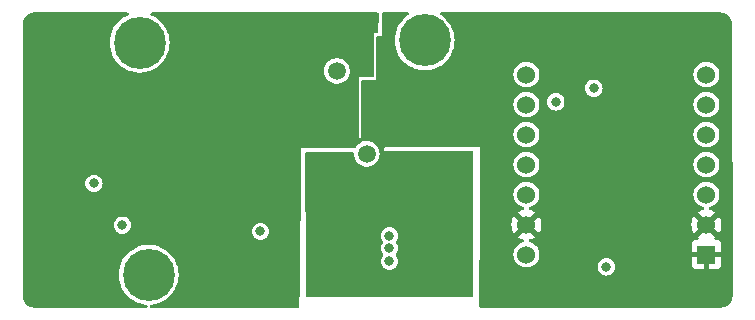
<source format=gbr>
%TF.GenerationSoftware,KiCad,Pcbnew,7.0.6*%
%TF.CreationDate,2024-04-06T17:32:54-04:00*%
%TF.ProjectId,5.2_5V,352e325f-3556-42e6-9b69-6361645f7063,rev?*%
%TF.SameCoordinates,Original*%
%TF.FileFunction,Copper,L2,Inr*%
%TF.FilePolarity,Positive*%
%FSLAX46Y46*%
G04 Gerber Fmt 4.6, Leading zero omitted, Abs format (unit mm)*
G04 Created by KiCad (PCBNEW 7.0.6) date 2024-04-06 17:32:54*
%MOMM*%
%LPD*%
G01*
G04 APERTURE LIST*
%TA.AperFunction,ComponentPad*%
%ADD10C,4.400000*%
%TD*%
%TA.AperFunction,ComponentPad*%
%ADD11R,1.530000X1.530000*%
%TD*%
%TA.AperFunction,ComponentPad*%
%ADD12C,1.530000*%
%TD*%
%TA.AperFunction,ViaPad*%
%ADD13C,0.800000*%
%TD*%
%TA.AperFunction,ViaPad*%
%ADD14C,1.500000*%
%TD*%
G04 APERTURE END LIST*
D10*
%TO.N,N/C*%
%TO.C,H3*%
X159562800Y-34239200D03*
%TD*%
%TO.N,N/C*%
%TO.C,H2*%
X136194800Y-54102000D03*
%TD*%
D11*
%TO.N,GND*%
%TO.C,U3*%
X183432500Y-52380000D03*
D12*
X183432500Y-49840000D03*
%TO.N,DRDY*%
X183432500Y-47300000D03*
%TO.N,CS*%
X183432500Y-44760000D03*
%TO.N,Net-(U3-PA8_A4_D4_SDA)*%
X183432500Y-42220000D03*
X183432500Y-39680000D03*
X183432500Y-37140000D03*
X168192500Y-37140000D03*
%TO.N,SCLK*%
X168192500Y-39680000D03*
%TO.N,DOUT*%
X168192500Y-42220000D03*
%TO.N,DIN*%
X168192500Y-44760000D03*
%TO.N,3V3*%
X168192500Y-47300000D03*
%TO.N,GND*%
X168192500Y-49840000D03*
%TO.N,Net-(D1-K)*%
X168192500Y-52380000D03*
%TD*%
D10*
%TO.N,N/C*%
%TO.C,H1*%
X135432800Y-34442400D03*
%TD*%
D13*
%TO.N,5V*%
X174950000Y-53425000D03*
X145669000Y-50419000D03*
X156591000Y-50800000D03*
X131572000Y-46355000D03*
X156591000Y-51816000D03*
X156591000Y-52959000D03*
X133975000Y-49900000D03*
%TO.N,GND*%
X128016000Y-44323000D03*
X158877000Y-45974000D03*
X153150000Y-38925000D03*
X140462000Y-46228000D03*
X141732000Y-55753000D03*
X148082000Y-48895000D03*
X155075000Y-33100000D03*
X129875000Y-52700000D03*
X159131000Y-54864000D03*
X133975000Y-38350000D03*
X145669000Y-39243000D03*
X132470000Y-49493844D03*
X144272000Y-36449000D03*
X167375000Y-56150000D03*
X151892000Y-32639000D03*
X154425000Y-36825000D03*
X164829819Y-43958181D03*
D14*
%TO.N,Net-(PS2-+VIN_(VCC))*%
X154675700Y-43850700D03*
X152146000Y-36830000D03*
D13*
%TO.N,Net-(U3-PA8_A4_D4_SDA)*%
X170675000Y-39450000D03*
X173900000Y-38300000D03*
%TD*%
%TA.AperFunction,Conductor*%
%TO.N,GND*%
G36*
X134453973Y-31897185D02*
G01*
X134499728Y-31949989D01*
X134509672Y-32019147D01*
X134480647Y-32082703D01*
X134432581Y-32116792D01*
X134353243Y-32148203D01*
X134353242Y-32148204D01*
X134074210Y-32301604D01*
X134074198Y-32301611D01*
X133816618Y-32488754D01*
X133816608Y-32488762D01*
X133584499Y-32706727D01*
X133381531Y-32952073D01*
X133210923Y-33220909D01*
X133210920Y-33220915D01*
X133075351Y-33509012D01*
X133075349Y-33509017D01*
X132976955Y-33811841D01*
X132917289Y-34124620D01*
X132917288Y-34124627D01*
X132897297Y-34442394D01*
X132897297Y-34442405D01*
X132917288Y-34760172D01*
X132917289Y-34760179D01*
X132976955Y-35072958D01*
X133075349Y-35375782D01*
X133075351Y-35375787D01*
X133210920Y-35663884D01*
X133210923Y-35663890D01*
X133381531Y-35932726D01*
X133381534Y-35932730D01*
X133381535Y-35932731D01*
X133584498Y-36178071D01*
X133799517Y-36379988D01*
X133816608Y-36396037D01*
X133816618Y-36396045D01*
X134074198Y-36583188D01*
X134074203Y-36583190D01*
X134074210Y-36583196D01*
X134353235Y-36736592D01*
X134353240Y-36736594D01*
X134353242Y-36736595D01*
X134353243Y-36736596D01*
X134649282Y-36853806D01*
X134649285Y-36853807D01*
X134752088Y-36880202D01*
X134957694Y-36932992D01*
X135112380Y-36952533D01*
X135273584Y-36972899D01*
X135273590Y-36972899D01*
X135273594Y-36972900D01*
X135273596Y-36972900D01*
X135592004Y-36972900D01*
X135592006Y-36972900D01*
X135592011Y-36972899D01*
X135592015Y-36972899D01*
X135675876Y-36962304D01*
X135907906Y-36932992D01*
X136216314Y-36853807D01*
X136276444Y-36830000D01*
X151060871Y-36830000D01*
X151079346Y-37029391D01*
X151079347Y-37029393D01*
X151134145Y-37221989D01*
X151134151Y-37222004D01*
X151223401Y-37401241D01*
X151223406Y-37401249D01*
X151344081Y-37561049D01*
X151471386Y-37677102D01*
X151492064Y-37695952D01*
X151662316Y-37801368D01*
X151849040Y-37873705D01*
X152045877Y-37910500D01*
X152045879Y-37910500D01*
X152246121Y-37910500D01*
X152246123Y-37910500D01*
X152442960Y-37873705D01*
X152629684Y-37801368D01*
X152799936Y-37695952D01*
X152947920Y-37561047D01*
X153068595Y-37401247D01*
X153157853Y-37221994D01*
X153212653Y-37029392D01*
X153231129Y-36830000D01*
X153225541Y-36769700D01*
X153212653Y-36630608D01*
X153212652Y-36630606D01*
X153199162Y-36583195D01*
X153157853Y-36438006D01*
X153157848Y-36437995D01*
X153068598Y-36258758D01*
X153068593Y-36258750D01*
X152947918Y-36098950D01*
X152799937Y-35964049D01*
X152799936Y-35964048D01*
X152735101Y-35923903D01*
X152629685Y-35858632D01*
X152629683Y-35858631D01*
X152493152Y-35805739D01*
X152442960Y-35786295D01*
X152246123Y-35749500D01*
X152045877Y-35749500D01*
X151849040Y-35786295D01*
X151849037Y-35786295D01*
X151849037Y-35786296D01*
X151662316Y-35858631D01*
X151662314Y-35858632D01*
X151492062Y-35964049D01*
X151344081Y-36098950D01*
X151223406Y-36258750D01*
X151223401Y-36258758D01*
X151134151Y-36437995D01*
X151134145Y-36438010D01*
X151079347Y-36630606D01*
X151079346Y-36630608D01*
X151060871Y-36829999D01*
X151060871Y-36830000D01*
X136276444Y-36830000D01*
X136512356Y-36736596D01*
X136512357Y-36736595D01*
X136512355Y-36736595D01*
X136512365Y-36736592D01*
X136791390Y-36583196D01*
X137048990Y-36396039D01*
X137281102Y-36178071D01*
X137484065Y-35932731D01*
X137654678Y-35663888D01*
X137790251Y-35375781D01*
X137888646Y-35072954D01*
X137948310Y-34760183D01*
X137961094Y-34556983D01*
X137968303Y-34442405D01*
X137968303Y-34442394D01*
X137948311Y-34124627D01*
X137948310Y-34124620D01*
X137948310Y-34124617D01*
X137888646Y-33811846D01*
X137790251Y-33509019D01*
X137654678Y-33220912D01*
X137625263Y-33174561D01*
X137484068Y-32952073D01*
X137421962Y-32877000D01*
X137281102Y-32706729D01*
X137258281Y-32685299D01*
X137048991Y-32488762D01*
X137048981Y-32488754D01*
X136791401Y-32301611D01*
X136791394Y-32301606D01*
X136791390Y-32301604D01*
X136512365Y-32148208D01*
X136512362Y-32148206D01*
X136512357Y-32148204D01*
X136512356Y-32148203D01*
X136433019Y-32116792D01*
X136377933Y-32073811D01*
X136354830Y-32007872D01*
X136371043Y-31939910D01*
X136421426Y-31891502D01*
X136478666Y-31877500D01*
X155564979Y-31877500D01*
X155632018Y-31897185D01*
X155677773Y-31949989D01*
X155688953Y-32004047D01*
X155657529Y-33533547D01*
X155636471Y-33600168D01*
X155582739Y-33644829D01*
X155533555Y-33655000D01*
X155321000Y-33655000D01*
X155321000Y-37214000D01*
X155301315Y-37281039D01*
X155248511Y-37326794D01*
X155197000Y-37338000D01*
X154263679Y-37338000D01*
X154222131Y-37325800D01*
X154200000Y-37325800D01*
X154000000Y-37325800D01*
X154000000Y-42535800D01*
X154174999Y-42535800D01*
X154175000Y-42535800D01*
X154176515Y-42220000D01*
X167092307Y-42220000D01*
X167111039Y-42422159D01*
X167111040Y-42422161D01*
X167166599Y-42617431D01*
X167166605Y-42617446D01*
X167257097Y-42799177D01*
X167379449Y-42961197D01*
X167529485Y-43097972D01*
X167529487Y-43097974D01*
X167702098Y-43204850D01*
X167702104Y-43204853D01*
X167723420Y-43213110D01*
X167891418Y-43278194D01*
X168090987Y-43315500D01*
X168090989Y-43315500D01*
X168294011Y-43315500D01*
X168294013Y-43315500D01*
X168493582Y-43278194D01*
X168682898Y-43204852D01*
X168855514Y-43097973D01*
X169005552Y-42961195D01*
X169127903Y-42799177D01*
X169218399Y-42617436D01*
X169273960Y-42422160D01*
X169292693Y-42220000D01*
X182332307Y-42220000D01*
X182351039Y-42422159D01*
X182351040Y-42422161D01*
X182406599Y-42617431D01*
X182406605Y-42617446D01*
X182497097Y-42799177D01*
X182619449Y-42961197D01*
X182769485Y-43097972D01*
X182769487Y-43097974D01*
X182942098Y-43204850D01*
X182942104Y-43204853D01*
X182963420Y-43213110D01*
X183131418Y-43278194D01*
X183330987Y-43315500D01*
X183330989Y-43315500D01*
X183534011Y-43315500D01*
X183534013Y-43315500D01*
X183733582Y-43278194D01*
X183922898Y-43204852D01*
X184095514Y-43097973D01*
X184245552Y-42961195D01*
X184367903Y-42799177D01*
X184458399Y-42617436D01*
X184513960Y-42422160D01*
X184532693Y-42220000D01*
X184513960Y-42017840D01*
X184458399Y-41822564D01*
X184367903Y-41640823D01*
X184245552Y-41478805D01*
X184245550Y-41478802D01*
X184095514Y-41342027D01*
X184095512Y-41342025D01*
X183922901Y-41235149D01*
X183922895Y-41235146D01*
X183843591Y-41204424D01*
X183733582Y-41161806D01*
X183534013Y-41124500D01*
X183330987Y-41124500D01*
X183131418Y-41161806D01*
X183085938Y-41179424D01*
X182942104Y-41235146D01*
X182942098Y-41235149D01*
X182769487Y-41342025D01*
X182769485Y-41342027D01*
X182619449Y-41478802D01*
X182497097Y-41640822D01*
X182406605Y-41822553D01*
X182406599Y-41822568D01*
X182351040Y-42017838D01*
X182351039Y-42017840D01*
X182332307Y-42219999D01*
X182332307Y-42220000D01*
X169292693Y-42220000D01*
X169273960Y-42017840D01*
X169218399Y-41822564D01*
X169127903Y-41640823D01*
X169005552Y-41478805D01*
X169005550Y-41478802D01*
X168855514Y-41342027D01*
X168855512Y-41342025D01*
X168682901Y-41235149D01*
X168682895Y-41235146D01*
X168603591Y-41204424D01*
X168493582Y-41161806D01*
X168294013Y-41124500D01*
X168090987Y-41124500D01*
X167891418Y-41161806D01*
X167845938Y-41179424D01*
X167702104Y-41235146D01*
X167702098Y-41235149D01*
X167529487Y-41342025D01*
X167529485Y-41342027D01*
X167379449Y-41478802D01*
X167257097Y-41640822D01*
X167166605Y-41822553D01*
X167166599Y-41822568D01*
X167111040Y-42017838D01*
X167111039Y-42017840D01*
X167092307Y-42219999D01*
X167092307Y-42220000D01*
X154176515Y-42220000D01*
X154188703Y-39680000D01*
X167092307Y-39680000D01*
X167111039Y-39882159D01*
X167111040Y-39882161D01*
X167166599Y-40077431D01*
X167166605Y-40077446D01*
X167257097Y-40259177D01*
X167379449Y-40421197D01*
X167529485Y-40557972D01*
X167529487Y-40557974D01*
X167702098Y-40664850D01*
X167702104Y-40664853D01*
X167723420Y-40673110D01*
X167891418Y-40738194D01*
X168090987Y-40775500D01*
X168090989Y-40775500D01*
X168294011Y-40775500D01*
X168294013Y-40775500D01*
X168493582Y-40738194D01*
X168682898Y-40664852D01*
X168855514Y-40557973D01*
X169005552Y-40421195D01*
X169127903Y-40259177D01*
X169218399Y-40077436D01*
X169273960Y-39882160D01*
X169292693Y-39680000D01*
X169273960Y-39477840D01*
X169266040Y-39450003D01*
X169939878Y-39450003D01*
X169958307Y-39613574D01*
X170012676Y-39768953D01*
X170012677Y-39768955D01*
X170012678Y-39768957D01*
X170100258Y-39908341D01*
X170216659Y-40024742D01*
X170356043Y-40112322D01*
X170511420Y-40166691D01*
X170511423Y-40166691D01*
X170511425Y-40166692D01*
X170674996Y-40185122D01*
X170675000Y-40185122D01*
X170675004Y-40185122D01*
X170838574Y-40166692D01*
X170838575Y-40166691D01*
X170838580Y-40166691D01*
X170993957Y-40112322D01*
X171133341Y-40024742D01*
X171249742Y-39908341D01*
X171337322Y-39768957D01*
X171368450Y-39680000D01*
X182332307Y-39680000D01*
X182351039Y-39882159D01*
X182351040Y-39882161D01*
X182406599Y-40077431D01*
X182406605Y-40077446D01*
X182497097Y-40259177D01*
X182619449Y-40421197D01*
X182769485Y-40557972D01*
X182769487Y-40557974D01*
X182942098Y-40664850D01*
X182942104Y-40664853D01*
X182963420Y-40673110D01*
X183131418Y-40738194D01*
X183330987Y-40775500D01*
X183330989Y-40775500D01*
X183534011Y-40775500D01*
X183534013Y-40775500D01*
X183733582Y-40738194D01*
X183922898Y-40664852D01*
X184095514Y-40557973D01*
X184245552Y-40421195D01*
X184367903Y-40259177D01*
X184458399Y-40077436D01*
X184513960Y-39882160D01*
X184532693Y-39680000D01*
X184513960Y-39477840D01*
X184458399Y-39282564D01*
X184367903Y-39100823D01*
X184263312Y-38962323D01*
X184245550Y-38938802D01*
X184095514Y-38802027D01*
X184095512Y-38802025D01*
X183922901Y-38695149D01*
X183922895Y-38695146D01*
X183843592Y-38664424D01*
X183733582Y-38621806D01*
X183534013Y-38584500D01*
X183330987Y-38584500D01*
X183131418Y-38621806D01*
X183085938Y-38639424D01*
X182942104Y-38695146D01*
X182942098Y-38695149D01*
X182769487Y-38802025D01*
X182769485Y-38802027D01*
X182619449Y-38938802D01*
X182497097Y-39100822D01*
X182406605Y-39282553D01*
X182406599Y-39282568D01*
X182351040Y-39477838D01*
X182351039Y-39477840D01*
X182332307Y-39679999D01*
X182332307Y-39680000D01*
X171368450Y-39680000D01*
X171391691Y-39613580D01*
X171391692Y-39613574D01*
X171410122Y-39450003D01*
X171410122Y-39449996D01*
X171391692Y-39286425D01*
X171391691Y-39286423D01*
X171391691Y-39286420D01*
X171337322Y-39131043D01*
X171249742Y-38991659D01*
X171133341Y-38875258D01*
X170993957Y-38787678D01*
X170993956Y-38787677D01*
X170993955Y-38787677D01*
X170993953Y-38787676D01*
X170838574Y-38733307D01*
X170675004Y-38714878D01*
X170674996Y-38714878D01*
X170511425Y-38733307D01*
X170356046Y-38787676D01*
X170356044Y-38787677D01*
X170216658Y-38875258D01*
X170100258Y-38991658D01*
X170012677Y-39131044D01*
X170012676Y-39131046D01*
X169958307Y-39286425D01*
X169939878Y-39449996D01*
X169939878Y-39450003D01*
X169266040Y-39450003D01*
X169218399Y-39282564D01*
X169127903Y-39100823D01*
X169023312Y-38962323D01*
X169005550Y-38938802D01*
X168855514Y-38802027D01*
X168855512Y-38802025D01*
X168682901Y-38695149D01*
X168682895Y-38695146D01*
X168603591Y-38664424D01*
X168493582Y-38621806D01*
X168294013Y-38584500D01*
X168090987Y-38584500D01*
X167891418Y-38621806D01*
X167845938Y-38639424D01*
X167702104Y-38695146D01*
X167702098Y-38695149D01*
X167529487Y-38802025D01*
X167529485Y-38802027D01*
X167379449Y-38938802D01*
X167257097Y-39100822D01*
X167166605Y-39282553D01*
X167166599Y-39282568D01*
X167111040Y-39477838D01*
X167111039Y-39477840D01*
X167092307Y-39679999D01*
X167092307Y-39680000D01*
X154188703Y-39680000D01*
X154195325Y-38300003D01*
X173164878Y-38300003D01*
X173183307Y-38463574D01*
X173237676Y-38618953D01*
X173237677Y-38618955D01*
X173237678Y-38618957D01*
X173325258Y-38758341D01*
X173441659Y-38874742D01*
X173581043Y-38962322D01*
X173736420Y-39016691D01*
X173736423Y-39016691D01*
X173736425Y-39016692D01*
X173899996Y-39035122D01*
X173900000Y-39035122D01*
X173900004Y-39035122D01*
X174063574Y-39016692D01*
X174063575Y-39016691D01*
X174063580Y-39016691D01*
X174218957Y-38962322D01*
X174358341Y-38874742D01*
X174474742Y-38758341D01*
X174562322Y-38618957D01*
X174616691Y-38463580D01*
X174635122Y-38300000D01*
X174623651Y-38198194D01*
X174616692Y-38136425D01*
X174616691Y-38136423D01*
X174616691Y-38136420D01*
X174562322Y-37981043D01*
X174474742Y-37841659D01*
X174358341Y-37725258D01*
X174218957Y-37637678D01*
X174218956Y-37637677D01*
X174218955Y-37637677D01*
X174218953Y-37637676D01*
X174063574Y-37583307D01*
X173900004Y-37564878D01*
X173899996Y-37564878D01*
X173736425Y-37583307D01*
X173581046Y-37637676D01*
X173581044Y-37637677D01*
X173441658Y-37725258D01*
X173325258Y-37841658D01*
X173237677Y-37981044D01*
X173237676Y-37981046D01*
X173183307Y-38136425D01*
X173164878Y-38299996D01*
X173164878Y-38300003D01*
X154195325Y-38300003D01*
X154198130Y-37715405D01*
X154218137Y-37648461D01*
X154271160Y-37602960D01*
X154322130Y-37592000D01*
X155448000Y-37592000D01*
X155448000Y-37140000D01*
X167092307Y-37140000D01*
X167111039Y-37342159D01*
X167111040Y-37342161D01*
X167166599Y-37537431D01*
X167166605Y-37537446D01*
X167257097Y-37719177D01*
X167379449Y-37881197D01*
X167529485Y-38017972D01*
X167529487Y-38017974D01*
X167702098Y-38124850D01*
X167702104Y-38124853D01*
X167723420Y-38133110D01*
X167891418Y-38198194D01*
X168090987Y-38235500D01*
X168090989Y-38235500D01*
X168294011Y-38235500D01*
X168294013Y-38235500D01*
X168493582Y-38198194D01*
X168682898Y-38124852D01*
X168855514Y-38017973D01*
X169005552Y-37881195D01*
X169127903Y-37719177D01*
X169218399Y-37537436D01*
X169273960Y-37342160D01*
X169292693Y-37140000D01*
X182332307Y-37140000D01*
X182351039Y-37342159D01*
X182351040Y-37342161D01*
X182406599Y-37537431D01*
X182406605Y-37537446D01*
X182497097Y-37719177D01*
X182619449Y-37881197D01*
X182769485Y-38017972D01*
X182769487Y-38017974D01*
X182942098Y-38124850D01*
X182942104Y-38124853D01*
X182963420Y-38133110D01*
X183131418Y-38198194D01*
X183330987Y-38235500D01*
X183330989Y-38235500D01*
X183534011Y-38235500D01*
X183534013Y-38235500D01*
X183733582Y-38198194D01*
X183922898Y-38124852D01*
X184095514Y-38017973D01*
X184245552Y-37881195D01*
X184367903Y-37719177D01*
X184458399Y-37537436D01*
X184513960Y-37342160D01*
X184532693Y-37140000D01*
X184513960Y-36937840D01*
X184458399Y-36742564D01*
X184455427Y-36736596D01*
X184379039Y-36583188D01*
X184367903Y-36560823D01*
X184309204Y-36483094D01*
X184245550Y-36398802D01*
X184095514Y-36262027D01*
X184095512Y-36262025D01*
X183922901Y-36155149D01*
X183922895Y-36155146D01*
X183843592Y-36124424D01*
X183733582Y-36081806D01*
X183534013Y-36044500D01*
X183330987Y-36044500D01*
X183131418Y-36081806D01*
X183087165Y-36098950D01*
X182942104Y-36155146D01*
X182942098Y-36155149D01*
X182769487Y-36262025D01*
X182769485Y-36262027D01*
X182619449Y-36398802D01*
X182497097Y-36560822D01*
X182406605Y-36742553D01*
X182406599Y-36742568D01*
X182351040Y-36937838D01*
X182351039Y-36937840D01*
X182332307Y-37139999D01*
X182332307Y-37140000D01*
X169292693Y-37140000D01*
X169273960Y-36937840D01*
X169218399Y-36742564D01*
X169215427Y-36736596D01*
X169139039Y-36583188D01*
X169127903Y-36560823D01*
X169069204Y-36483094D01*
X169005550Y-36398802D01*
X168855514Y-36262027D01*
X168855512Y-36262025D01*
X168682901Y-36155149D01*
X168682895Y-36155146D01*
X168603591Y-36124424D01*
X168493582Y-36081806D01*
X168294013Y-36044500D01*
X168090987Y-36044500D01*
X167891418Y-36081806D01*
X167847165Y-36098950D01*
X167702104Y-36155146D01*
X167702098Y-36155149D01*
X167529487Y-36262025D01*
X167529485Y-36262027D01*
X167379449Y-36398802D01*
X167257097Y-36560822D01*
X167166605Y-36742553D01*
X167166599Y-36742568D01*
X167111040Y-36937838D01*
X167111039Y-36937840D01*
X167092307Y-37139999D01*
X167092307Y-37140000D01*
X155448000Y-37140000D01*
X155448000Y-34033000D01*
X155467685Y-33965961D01*
X155520489Y-33920206D01*
X155572000Y-33909000D01*
X155724712Y-33909000D01*
X155736004Y-33902834D01*
X155762362Y-33900000D01*
X155956000Y-33900000D01*
X155956000Y-32001500D01*
X155975685Y-31934461D01*
X156028489Y-31888706D01*
X156080000Y-31877500D01*
X158126625Y-31877500D01*
X158193664Y-31897185D01*
X158239419Y-31949989D01*
X158249363Y-32019147D01*
X158220338Y-32082703D01*
X158199510Y-32101818D01*
X157946618Y-32285554D01*
X157946608Y-32285562D01*
X157714499Y-32503527D01*
X157511531Y-32748873D01*
X157340923Y-33017709D01*
X157340920Y-33017715D01*
X157205351Y-33305812D01*
X157205349Y-33305817D01*
X157106955Y-33608641D01*
X157047289Y-33921420D01*
X157047288Y-33921427D01*
X157027297Y-34239194D01*
X157027297Y-34239205D01*
X157047288Y-34556972D01*
X157047289Y-34556979D01*
X157106955Y-34869758D01*
X157205349Y-35172582D01*
X157205351Y-35172587D01*
X157340920Y-35460684D01*
X157340923Y-35460690D01*
X157511531Y-35729526D01*
X157511534Y-35729530D01*
X157511535Y-35729531D01*
X157705544Y-35964048D01*
X157714499Y-35974872D01*
X157946608Y-36192837D01*
X157946618Y-36192845D01*
X158204198Y-36379988D01*
X158204203Y-36379990D01*
X158204210Y-36379996D01*
X158483235Y-36533392D01*
X158483240Y-36533394D01*
X158483242Y-36533395D01*
X158483243Y-36533396D01*
X158779282Y-36650606D01*
X158779285Y-36650607D01*
X158882088Y-36677002D01*
X159087694Y-36729792D01*
X159242380Y-36749333D01*
X159403584Y-36769699D01*
X159403590Y-36769699D01*
X159403594Y-36769700D01*
X159403596Y-36769700D01*
X159722004Y-36769700D01*
X159722006Y-36769700D01*
X159722011Y-36769699D01*
X159722015Y-36769699D01*
X159805876Y-36759104D01*
X160037906Y-36729792D01*
X160346314Y-36650607D01*
X160516575Y-36583196D01*
X160642356Y-36533396D01*
X160642357Y-36533395D01*
X160642355Y-36533395D01*
X160642365Y-36533392D01*
X160921390Y-36379996D01*
X161178990Y-36192839D01*
X161411102Y-35974871D01*
X161614065Y-35729531D01*
X161784678Y-35460688D01*
X161920251Y-35172581D01*
X162018646Y-34869754D01*
X162078310Y-34556983D01*
X162085519Y-34442400D01*
X162098303Y-34239205D01*
X162098303Y-34239194D01*
X162078311Y-33921427D01*
X162078310Y-33921420D01*
X162078310Y-33921417D01*
X162018646Y-33608646D01*
X161920251Y-33305819D01*
X161784678Y-33017712D01*
X161697099Y-32879710D01*
X161614068Y-32748873D01*
X161614065Y-32748869D01*
X161411102Y-32503529D01*
X161178990Y-32285561D01*
X161178987Y-32285559D01*
X161178981Y-32285554D01*
X160926090Y-32101818D01*
X160883424Y-32046488D01*
X160877445Y-31976875D01*
X160910051Y-31915080D01*
X160970889Y-31880723D01*
X160998975Y-31877500D01*
X184607793Y-31877500D01*
X184613195Y-31877735D01*
X184656019Y-31881482D01*
X184782271Y-31893918D01*
X184802185Y-31897541D01*
X184868849Y-31915403D01*
X184962070Y-31943682D01*
X184978471Y-31949958D01*
X184979348Y-31950367D01*
X185045911Y-31981406D01*
X185048875Y-31982888D01*
X185083696Y-32001500D01*
X185132827Y-32027762D01*
X185139167Y-32031657D01*
X185205328Y-32077983D01*
X185209100Y-32080844D01*
X185281308Y-32140103D01*
X185285809Y-32144182D01*
X185343315Y-32201688D01*
X185347395Y-32206190D01*
X185406654Y-32278398D01*
X185409515Y-32282170D01*
X185455841Y-32348331D01*
X185459736Y-32354671D01*
X185504601Y-32438605D01*
X185506114Y-32441631D01*
X185537540Y-32509027D01*
X185543819Y-32525435D01*
X185572101Y-32618669D01*
X185589954Y-32685299D01*
X185593582Y-32705238D01*
X185606023Y-32831554D01*
X185609764Y-32874302D01*
X185610000Y-32879710D01*
X185610000Y-32927916D01*
X185610089Y-32928738D01*
X185649495Y-55867355D01*
X185649259Y-55872869D01*
X185645489Y-55915952D01*
X185633109Y-56041756D01*
X185629480Y-56061706D01*
X185611460Y-56128961D01*
X185583374Y-56221542D01*
X185577098Y-56237946D01*
X185545482Y-56305752D01*
X185543969Y-56308778D01*
X185499340Y-56392277D01*
X185495445Y-56398617D01*
X185448905Y-56465089D01*
X185446044Y-56468861D01*
X185387057Y-56540744D01*
X185382968Y-56545257D01*
X185325226Y-56603002D01*
X185320716Y-56607089D01*
X185248845Y-56666079D01*
X185245075Y-56668940D01*
X185178606Y-56715491D01*
X185172264Y-56719387D01*
X185088765Y-56764025D01*
X185085742Y-56765537D01*
X185017937Y-56797162D01*
X185001529Y-56803442D01*
X184908956Y-56831534D01*
X184900731Y-56833738D01*
X184841692Y-56849563D01*
X184821757Y-56853193D01*
X184697205Y-56865474D01*
X184652608Y-56869381D01*
X184647201Y-56869618D01*
X164335015Y-56872022D01*
X164267973Y-56852345D01*
X164222212Y-56799547D01*
X164211000Y-56748022D01*
X164211000Y-56001466D01*
X164184171Y-55952333D01*
X164181340Y-55925061D01*
X164226457Y-49840000D01*
X166922668Y-49840000D01*
X166941959Y-50060499D01*
X166941961Y-50060509D01*
X166999245Y-50274300D01*
X166999249Y-50274309D01*
X167092795Y-50474919D01*
X167138603Y-50540341D01*
X167138605Y-50540342D01*
X167701366Y-49977580D01*
X167723818Y-50054040D01*
X167803105Y-50177413D01*
X167913938Y-50273451D01*
X168047339Y-50334373D01*
X168051133Y-50334918D01*
X167492156Y-50893894D01*
X167557583Y-50939706D01*
X167557585Y-50939707D01*
X167758190Y-51033250D01*
X167758199Y-51033254D01*
X167919850Y-51076567D01*
X167979510Y-51112931D01*
X168010040Y-51175778D01*
X168001746Y-51245154D01*
X167957261Y-51299032D01*
X167910545Y-51318230D01*
X167891426Y-51321804D01*
X167891420Y-51321805D01*
X167891418Y-51321806D01*
X167845938Y-51339424D01*
X167702104Y-51395146D01*
X167702098Y-51395149D01*
X167529487Y-51502025D01*
X167529485Y-51502027D01*
X167379449Y-51638802D01*
X167257097Y-51800822D01*
X167166605Y-51982553D01*
X167166599Y-51982568D01*
X167111040Y-52177838D01*
X167111039Y-52177840D01*
X167092307Y-52379999D01*
X167092307Y-52380000D01*
X167111039Y-52582159D01*
X167111040Y-52582161D01*
X167166599Y-52777431D01*
X167166605Y-52777446D01*
X167257097Y-52959177D01*
X167379449Y-53121197D01*
X167529485Y-53257972D01*
X167529487Y-53257974D01*
X167702098Y-53364850D01*
X167702104Y-53364853D01*
X167723419Y-53373110D01*
X167891418Y-53438194D01*
X168090987Y-53475500D01*
X168090989Y-53475500D01*
X168294011Y-53475500D01*
X168294013Y-53475500D01*
X168493582Y-53438194D01*
X168527632Y-53425003D01*
X174214878Y-53425003D01*
X174233307Y-53588574D01*
X174287676Y-53743953D01*
X174287677Y-53743955D01*
X174287678Y-53743957D01*
X174375258Y-53883341D01*
X174491659Y-53999742D01*
X174631043Y-54087322D01*
X174786420Y-54141691D01*
X174786423Y-54141691D01*
X174786425Y-54141692D01*
X174949996Y-54160122D01*
X174950000Y-54160122D01*
X174950004Y-54160122D01*
X175113574Y-54141692D01*
X175113575Y-54141691D01*
X175113580Y-54141691D01*
X175268957Y-54087322D01*
X175408341Y-53999742D01*
X175524742Y-53883341D01*
X175612322Y-53743957D01*
X175666691Y-53588580D01*
X175666692Y-53588574D01*
X175685122Y-53425003D01*
X175685122Y-53424996D01*
X175666692Y-53261425D01*
X175666691Y-53261423D01*
X175666691Y-53261420D01*
X175612322Y-53106043D01*
X175524742Y-52966659D01*
X175408341Y-52850258D01*
X175268957Y-52762678D01*
X175268956Y-52762677D01*
X175268955Y-52762677D01*
X175268953Y-52762676D01*
X175113574Y-52708307D01*
X174950004Y-52689878D01*
X174949996Y-52689878D01*
X174786425Y-52708307D01*
X174631046Y-52762676D01*
X174631044Y-52762677D01*
X174491658Y-52850258D01*
X174375258Y-52966658D01*
X174287677Y-53106044D01*
X174287676Y-53106046D01*
X174233307Y-53261425D01*
X174214878Y-53424996D01*
X174214878Y-53425003D01*
X168527632Y-53425003D01*
X168682898Y-53364852D01*
X168855514Y-53257973D01*
X169005552Y-53121195D01*
X169127903Y-52959177D01*
X169218399Y-52777436D01*
X169273960Y-52582160D01*
X169292693Y-52380000D01*
X169289372Y-52344166D01*
X169273960Y-52177840D01*
X169273959Y-52177838D01*
X169270579Y-52165960D01*
X169218399Y-51982564D01*
X169216913Y-51979580D01*
X169162349Y-51870000D01*
X169127903Y-51800823D01*
X169044660Y-51690592D01*
X169005550Y-51638802D01*
X168855514Y-51502027D01*
X168855512Y-51502025D01*
X168682901Y-51395149D01*
X168682895Y-51395146D01*
X168584540Y-51357043D01*
X168493582Y-51321806D01*
X168493576Y-51321804D01*
X168493573Y-51321804D01*
X168474454Y-51318230D01*
X168412174Y-51286561D01*
X168376902Y-51226248D01*
X168379837Y-51156440D01*
X168420048Y-51099301D01*
X168465150Y-51076567D01*
X168626798Y-51033255D01*
X168626809Y-51033250D01*
X168827415Y-50939706D01*
X168892842Y-50893894D01*
X168333866Y-50334918D01*
X168337661Y-50334373D01*
X168471062Y-50273451D01*
X168581895Y-50177413D01*
X168661182Y-50054040D01*
X168683633Y-49977579D01*
X169246394Y-50540342D01*
X169292206Y-50474915D01*
X169385750Y-50274309D01*
X169385754Y-50274300D01*
X169443038Y-50060509D01*
X169443040Y-50060499D01*
X169462332Y-49840000D01*
X182162668Y-49840000D01*
X182181959Y-50060499D01*
X182181961Y-50060509D01*
X182239245Y-50274300D01*
X182239249Y-50274309D01*
X182332795Y-50474919D01*
X182378603Y-50540341D01*
X182378604Y-50540342D01*
X182941366Y-49977579D01*
X182963818Y-50054040D01*
X183043105Y-50177413D01*
X183153938Y-50273451D01*
X183287339Y-50334373D01*
X183291133Y-50334918D01*
X182732156Y-50893894D01*
X182732502Y-50897844D01*
X182769398Y-50944002D01*
X182776592Y-51013500D01*
X182745069Y-51075855D01*
X182684840Y-51111269D01*
X182654650Y-51115000D01*
X182619655Y-51115000D01*
X182560127Y-51121401D01*
X182560120Y-51121403D01*
X182425413Y-51171645D01*
X182425406Y-51171649D01*
X182310312Y-51257809D01*
X182310309Y-51257812D01*
X182224149Y-51372906D01*
X182224145Y-51372913D01*
X182173903Y-51507620D01*
X182173901Y-51507627D01*
X182167500Y-51567155D01*
X182167500Y-52130000D01*
X182986928Y-52130000D01*
X182963818Y-52165960D01*
X182922500Y-52306673D01*
X182922500Y-52453327D01*
X182963818Y-52594040D01*
X182986928Y-52630000D01*
X182167500Y-52630000D01*
X182167500Y-53192844D01*
X182173901Y-53252372D01*
X182173903Y-53252379D01*
X182224145Y-53387086D01*
X182224149Y-53387093D01*
X182310309Y-53502187D01*
X182310312Y-53502190D01*
X182425406Y-53588350D01*
X182425413Y-53588354D01*
X182560120Y-53638596D01*
X182560127Y-53638598D01*
X182619655Y-53644999D01*
X182619672Y-53645000D01*
X183182500Y-53645000D01*
X183182500Y-52826494D01*
X183287339Y-52874373D01*
X183396027Y-52890000D01*
X183468973Y-52890000D01*
X183577661Y-52874373D01*
X183682500Y-52826494D01*
X183682500Y-53645000D01*
X184245328Y-53645000D01*
X184245344Y-53644999D01*
X184304872Y-53638598D01*
X184304879Y-53638596D01*
X184439586Y-53588354D01*
X184439593Y-53588350D01*
X184554687Y-53502190D01*
X184554690Y-53502187D01*
X184640850Y-53387093D01*
X184640854Y-53387086D01*
X184691096Y-53252379D01*
X184691098Y-53252372D01*
X184697499Y-53192844D01*
X184697500Y-53192827D01*
X184697500Y-52630000D01*
X183878072Y-52630000D01*
X183901182Y-52594040D01*
X183942500Y-52453327D01*
X183942500Y-52306673D01*
X183901182Y-52165960D01*
X183878072Y-52130000D01*
X184697500Y-52130000D01*
X184697500Y-51567172D01*
X184697499Y-51567155D01*
X184691098Y-51507627D01*
X184691096Y-51507620D01*
X184640854Y-51372913D01*
X184640850Y-51372906D01*
X184554690Y-51257812D01*
X184554687Y-51257809D01*
X184439593Y-51171649D01*
X184439586Y-51171645D01*
X184304879Y-51121403D01*
X184304872Y-51121401D01*
X184245344Y-51115000D01*
X184210349Y-51115000D01*
X184143310Y-51095315D01*
X184097555Y-51042511D01*
X184087611Y-50973353D01*
X184116636Y-50909797D01*
X184132720Y-50895291D01*
X184132842Y-50893894D01*
X183573866Y-50334918D01*
X183577661Y-50334373D01*
X183711062Y-50273451D01*
X183821895Y-50177413D01*
X183901182Y-50054040D01*
X183923632Y-49977580D01*
X184486394Y-50540342D01*
X184532206Y-50474915D01*
X184625750Y-50274309D01*
X184625754Y-50274300D01*
X184683038Y-50060509D01*
X184683040Y-50060499D01*
X184702332Y-49840000D01*
X184702332Y-49839999D01*
X184683040Y-49619500D01*
X184683038Y-49619490D01*
X184625754Y-49405699D01*
X184625750Y-49405690D01*
X184532207Y-49205085D01*
X184532206Y-49205083D01*
X184486394Y-49139657D01*
X184486394Y-49139656D01*
X183923632Y-49702418D01*
X183901182Y-49625960D01*
X183821895Y-49502587D01*
X183711062Y-49406549D01*
X183577661Y-49345627D01*
X183573866Y-49345081D01*
X184132842Y-48786105D01*
X184132841Y-48786103D01*
X184067419Y-48740295D01*
X183866809Y-48646749D01*
X183866800Y-48646745D01*
X183705149Y-48603432D01*
X183645488Y-48567067D01*
X183614959Y-48504220D01*
X183623254Y-48434845D01*
X183667739Y-48380967D01*
X183714455Y-48361769D01*
X183733582Y-48358194D01*
X183922898Y-48284852D01*
X184095514Y-48177973D01*
X184245552Y-48041195D01*
X184367903Y-47879177D01*
X184458399Y-47697436D01*
X184513960Y-47502160D01*
X184532693Y-47300000D01*
X184513960Y-47097840D01*
X184458399Y-46902564D01*
X184367903Y-46720823D01*
X184245552Y-46558805D01*
X184245550Y-46558802D01*
X184095514Y-46422027D01*
X184095512Y-46422025D01*
X183922901Y-46315149D01*
X183922895Y-46315146D01*
X183843591Y-46284424D01*
X183733582Y-46241806D01*
X183534013Y-46204500D01*
X183330987Y-46204500D01*
X183131418Y-46241806D01*
X183085938Y-46259424D01*
X182942104Y-46315146D01*
X182942098Y-46315149D01*
X182769487Y-46422025D01*
X182769485Y-46422027D01*
X182619449Y-46558802D01*
X182497097Y-46720822D01*
X182406605Y-46902553D01*
X182406599Y-46902568D01*
X182351040Y-47097838D01*
X182351039Y-47097840D01*
X182332307Y-47299999D01*
X182332307Y-47300000D01*
X182351039Y-47502159D01*
X182351040Y-47502161D01*
X182406599Y-47697431D01*
X182406605Y-47697446D01*
X182497097Y-47879177D01*
X182619449Y-48041197D01*
X182769485Y-48177972D01*
X182769487Y-48177974D01*
X182942098Y-48284850D01*
X182942104Y-48284853D01*
X182968540Y-48295094D01*
X183131418Y-48358194D01*
X183150543Y-48361769D01*
X183212822Y-48393435D01*
X183248096Y-48453747D01*
X183245163Y-48523555D01*
X183204954Y-48580696D01*
X183159850Y-48603432D01*
X182998199Y-48646745D01*
X182998190Y-48646749D01*
X182797584Y-48740293D01*
X182732157Y-48786104D01*
X183291134Y-49345081D01*
X183287339Y-49345627D01*
X183153938Y-49406549D01*
X183043105Y-49502587D01*
X182963818Y-49625960D01*
X182941367Y-49702418D01*
X182378604Y-49139657D01*
X182332793Y-49205084D01*
X182239249Y-49405690D01*
X182239245Y-49405699D01*
X182181961Y-49619490D01*
X182181959Y-49619500D01*
X182162668Y-49839999D01*
X182162668Y-49840000D01*
X169462332Y-49840000D01*
X169462332Y-49839999D01*
X169443040Y-49619500D01*
X169443038Y-49619490D01*
X169385754Y-49405699D01*
X169385750Y-49405690D01*
X169292207Y-49205085D01*
X169292206Y-49205083D01*
X169246394Y-49139657D01*
X169246394Y-49139656D01*
X168683632Y-49702418D01*
X168661182Y-49625960D01*
X168581895Y-49502587D01*
X168471062Y-49406549D01*
X168337661Y-49345627D01*
X168333866Y-49345081D01*
X168892842Y-48786105D01*
X168892841Y-48786103D01*
X168827419Y-48740295D01*
X168626809Y-48646749D01*
X168626800Y-48646745D01*
X168465149Y-48603432D01*
X168405488Y-48567067D01*
X168374959Y-48504220D01*
X168383254Y-48434845D01*
X168427739Y-48380967D01*
X168474455Y-48361769D01*
X168493582Y-48358194D01*
X168682898Y-48284852D01*
X168855514Y-48177973D01*
X169005552Y-48041195D01*
X169127903Y-47879177D01*
X169218399Y-47697436D01*
X169273960Y-47502160D01*
X169292693Y-47300000D01*
X169273960Y-47097840D01*
X169218399Y-46902564D01*
X169127903Y-46720823D01*
X169005552Y-46558805D01*
X169005550Y-46558802D01*
X168855514Y-46422027D01*
X168855512Y-46422025D01*
X168682901Y-46315149D01*
X168682895Y-46315146D01*
X168603591Y-46284424D01*
X168493582Y-46241806D01*
X168294013Y-46204500D01*
X168090987Y-46204500D01*
X167891418Y-46241806D01*
X167845938Y-46259424D01*
X167702104Y-46315146D01*
X167702098Y-46315149D01*
X167529487Y-46422025D01*
X167529485Y-46422027D01*
X167379449Y-46558802D01*
X167257097Y-46720822D01*
X167166605Y-46902553D01*
X167166599Y-46902568D01*
X167111040Y-47097838D01*
X167111039Y-47097840D01*
X167092307Y-47299999D01*
X167092307Y-47300000D01*
X167111039Y-47502159D01*
X167111040Y-47502161D01*
X167166599Y-47697431D01*
X167166605Y-47697446D01*
X167257097Y-47879177D01*
X167379449Y-48041197D01*
X167529485Y-48177972D01*
X167529487Y-48177974D01*
X167702098Y-48284850D01*
X167702104Y-48284853D01*
X167728540Y-48295094D01*
X167891418Y-48358194D01*
X167910543Y-48361769D01*
X167972822Y-48393435D01*
X168008096Y-48453747D01*
X168005163Y-48523555D01*
X167964954Y-48580696D01*
X167919850Y-48603432D01*
X167758199Y-48646745D01*
X167758190Y-48646749D01*
X167557584Y-48740293D01*
X167492157Y-48786104D01*
X168051134Y-49345081D01*
X168047339Y-49345627D01*
X167913938Y-49406549D01*
X167803105Y-49502587D01*
X167723818Y-49625960D01*
X167701366Y-49702419D01*
X167138604Y-49139657D01*
X167092793Y-49205084D01*
X166999249Y-49405690D01*
X166999245Y-49405699D01*
X166941961Y-49619490D01*
X166941959Y-49619500D01*
X166922668Y-49839999D01*
X166922668Y-49840000D01*
X164226457Y-49840000D01*
X164264122Y-44760000D01*
X167092307Y-44760000D01*
X167111039Y-44962159D01*
X167111040Y-44962161D01*
X167166599Y-45157431D01*
X167166605Y-45157446D01*
X167257097Y-45339177D01*
X167379449Y-45501197D01*
X167529485Y-45637972D01*
X167529487Y-45637974D01*
X167702098Y-45744850D01*
X167702104Y-45744853D01*
X167723420Y-45753110D01*
X167891418Y-45818194D01*
X168090987Y-45855500D01*
X168090989Y-45855500D01*
X168294011Y-45855500D01*
X168294013Y-45855500D01*
X168493582Y-45818194D01*
X168682898Y-45744852D01*
X168855514Y-45637973D01*
X169005552Y-45501195D01*
X169127903Y-45339177D01*
X169218399Y-45157436D01*
X169273960Y-44962160D01*
X169292693Y-44760000D01*
X182332307Y-44760000D01*
X182351039Y-44962159D01*
X182351040Y-44962161D01*
X182406599Y-45157431D01*
X182406605Y-45157446D01*
X182497097Y-45339177D01*
X182619449Y-45501197D01*
X182769485Y-45637972D01*
X182769487Y-45637974D01*
X182942098Y-45744850D01*
X182942104Y-45744853D01*
X182963420Y-45753110D01*
X183131418Y-45818194D01*
X183330987Y-45855500D01*
X183330989Y-45855500D01*
X183534011Y-45855500D01*
X183534013Y-45855500D01*
X183733582Y-45818194D01*
X183922898Y-45744852D01*
X184095514Y-45637973D01*
X184245552Y-45501195D01*
X184367903Y-45339177D01*
X184458399Y-45157436D01*
X184513960Y-44962160D01*
X184532693Y-44760000D01*
X184513960Y-44557840D01*
X184458399Y-44362564D01*
X184367903Y-44180823D01*
X184245552Y-44018805D01*
X184245550Y-44018802D01*
X184095514Y-43882027D01*
X184095512Y-43882025D01*
X183922901Y-43775149D01*
X183922895Y-43775146D01*
X183843591Y-43744424D01*
X183733582Y-43701806D01*
X183534013Y-43664500D01*
X183330987Y-43664500D01*
X183131418Y-43701806D01*
X183116243Y-43707685D01*
X182942104Y-43775146D01*
X182942098Y-43775149D01*
X182769487Y-43882025D01*
X182769485Y-43882027D01*
X182619449Y-44018802D01*
X182497097Y-44180822D01*
X182406605Y-44362553D01*
X182406599Y-44362568D01*
X182351040Y-44557838D01*
X182351039Y-44557840D01*
X182332307Y-44759999D01*
X182332307Y-44760000D01*
X169292693Y-44760000D01*
X169273960Y-44557840D01*
X169218399Y-44362564D01*
X169127903Y-44180823D01*
X169005552Y-44018805D01*
X169005550Y-44018802D01*
X168855514Y-43882027D01*
X168855512Y-43882025D01*
X168682901Y-43775149D01*
X168682895Y-43775146D01*
X168603591Y-43744424D01*
X168493582Y-43701806D01*
X168294013Y-43664500D01*
X168090987Y-43664500D01*
X167891418Y-43701806D01*
X167876243Y-43707685D01*
X167702104Y-43775146D01*
X167702098Y-43775149D01*
X167529487Y-43882025D01*
X167529485Y-43882027D01*
X167379449Y-44018802D01*
X167257097Y-44180822D01*
X167166605Y-44362553D01*
X167166599Y-44362568D01*
X167111040Y-44557838D01*
X167111039Y-44557840D01*
X167092307Y-44759999D01*
X167092307Y-44760000D01*
X164264122Y-44760000D01*
X164272291Y-43658255D01*
X164287200Y-43608838D01*
X164287200Y-43303766D01*
X164276425Y-43293000D01*
X164275000Y-43293000D01*
X163696000Y-43293000D01*
X163675276Y-43293000D01*
X163659437Y-43301589D01*
X163633540Y-43304347D01*
X156200000Y-43310965D01*
X156139999Y-43380966D01*
X156143380Y-43388316D01*
X156154696Y-43442744D01*
X156150999Y-43617965D01*
X156151000Y-43617966D01*
X163569231Y-43595171D01*
X163636330Y-43614649D01*
X163682247Y-43667312D01*
X163693609Y-43719864D01*
X163625528Y-55883694D01*
X163605469Y-55950622D01*
X163552409Y-55996081D01*
X163501530Y-56007000D01*
X149617049Y-56007000D01*
X149550010Y-55987315D01*
X149504255Y-55934511D01*
X149493049Y-55883226D01*
X149487728Y-52959003D01*
X155855878Y-52959003D01*
X155874307Y-53122574D01*
X155928676Y-53277953D01*
X155928677Y-53277955D01*
X155928678Y-53277957D01*
X156016258Y-53417341D01*
X156132659Y-53533742D01*
X156272043Y-53621322D01*
X156427420Y-53675691D01*
X156427423Y-53675691D01*
X156427425Y-53675692D01*
X156590996Y-53694122D01*
X156591000Y-53694122D01*
X156591004Y-53694122D01*
X156754574Y-53675692D01*
X156754575Y-53675691D01*
X156754580Y-53675691D01*
X156909957Y-53621322D01*
X157049341Y-53533742D01*
X157165742Y-53417341D01*
X157253322Y-53277957D01*
X157307691Y-53122580D01*
X157309554Y-53106044D01*
X157326122Y-52959003D01*
X157326122Y-52958996D01*
X157307692Y-52795425D01*
X157307691Y-52795423D01*
X157307691Y-52795420D01*
X157253322Y-52640043D01*
X157165742Y-52500659D01*
X157140264Y-52475181D01*
X157106779Y-52413858D01*
X157111763Y-52344166D01*
X157140264Y-52299819D01*
X157140263Y-52299818D01*
X157165742Y-52274341D01*
X157253322Y-52134957D01*
X157307691Y-51979580D01*
X157309761Y-51961211D01*
X157326122Y-51816003D01*
X157326122Y-51815996D01*
X157307692Y-51652425D01*
X157307691Y-51652423D01*
X157307691Y-51652420D01*
X157253322Y-51497043D01*
X157175990Y-51373969D01*
X157156991Y-51306734D01*
X157175989Y-51242032D01*
X157253322Y-51118957D01*
X157307691Y-50963580D01*
X157315098Y-50897844D01*
X157326122Y-50800003D01*
X157326122Y-50799996D01*
X157307692Y-50636425D01*
X157307691Y-50636423D01*
X157307691Y-50636420D01*
X157253322Y-50481043D01*
X157165742Y-50341659D01*
X157049341Y-50225258D01*
X156909957Y-50137678D01*
X156909956Y-50137677D01*
X156909955Y-50137677D01*
X156909953Y-50137676D01*
X156754574Y-50083307D01*
X156591004Y-50064878D01*
X156590996Y-50064878D01*
X156427425Y-50083307D01*
X156272046Y-50137676D01*
X156272044Y-50137677D01*
X156132658Y-50225258D01*
X156016258Y-50341658D01*
X155928677Y-50481044D01*
X155928676Y-50481046D01*
X155874307Y-50636425D01*
X155855878Y-50799996D01*
X155855878Y-50800003D01*
X155874307Y-50963574D01*
X155928676Y-51118953D01*
X155928677Y-51118955D01*
X155928678Y-51118957D01*
X156006008Y-51242028D01*
X156025008Y-51309264D01*
X156006008Y-51373970D01*
X155928679Y-51497039D01*
X155928676Y-51497046D01*
X155874307Y-51652425D01*
X155855878Y-51815996D01*
X155855878Y-51816003D01*
X155874307Y-51979574D01*
X155928676Y-52134953D01*
X155928677Y-52134955D01*
X155928678Y-52134957D01*
X155955622Y-52177838D01*
X156016258Y-52274341D01*
X156041736Y-52299819D01*
X156075221Y-52361142D01*
X156070237Y-52430834D01*
X156041736Y-52475181D01*
X156016258Y-52500658D01*
X155928677Y-52640044D01*
X155928676Y-52640046D01*
X155874307Y-52795425D01*
X155855878Y-52958996D01*
X155855878Y-52959003D01*
X149487728Y-52959003D01*
X149472441Y-44557838D01*
X149471084Y-43812225D01*
X149490647Y-43745150D01*
X149543367Y-43699300D01*
X149595084Y-43688000D01*
X153469626Y-43688000D01*
X153536665Y-43707685D01*
X153582420Y-43760489D01*
X153593097Y-43823442D01*
X153590571Y-43850700D01*
X153609046Y-44050091D01*
X153609047Y-44050093D01*
X153663845Y-44242689D01*
X153663851Y-44242704D01*
X153753101Y-44421941D01*
X153753106Y-44421949D01*
X153873781Y-44581749D01*
X154001086Y-44697802D01*
X154021764Y-44716652D01*
X154192016Y-44822068D01*
X154378740Y-44894405D01*
X154575577Y-44931200D01*
X154575579Y-44931200D01*
X154775821Y-44931200D01*
X154775823Y-44931200D01*
X154972660Y-44894405D01*
X155159384Y-44822068D01*
X155329636Y-44716652D01*
X155477620Y-44581747D01*
X155598295Y-44421947D01*
X155687553Y-44242694D01*
X155742353Y-44050092D01*
X155760829Y-43850700D01*
X155742353Y-43651308D01*
X155687553Y-43458706D01*
X155651350Y-43386001D01*
X155598298Y-43279458D01*
X155598293Y-43279450D01*
X155477618Y-43119650D01*
X155329637Y-42984749D01*
X155329636Y-42984748D01*
X155264800Y-42944603D01*
X155159385Y-42879332D01*
X155159383Y-42879331D01*
X155022852Y-42826439D01*
X154972660Y-42806995D01*
X154775823Y-42770200D01*
X154575577Y-42770200D01*
X154378740Y-42806995D01*
X154378737Y-42806995D01*
X154378737Y-42806996D01*
X154192016Y-42879331D01*
X154192014Y-42879332D01*
X154021762Y-42984749D01*
X153873781Y-43119650D01*
X153753106Y-43279450D01*
X153753103Y-43279456D01*
X153746293Y-43293132D01*
X153698788Y-43344368D01*
X153635953Y-43361855D01*
X149090858Y-43386000D01*
X149090857Y-43386001D01*
X149028476Y-55898777D01*
X149008458Y-55965718D01*
X148992160Y-55985839D01*
X148971000Y-56006999D01*
X148971000Y-56749857D01*
X148951315Y-56816896D01*
X148898511Y-56862651D01*
X148847015Y-56873857D01*
X136402739Y-56875331D01*
X136335697Y-56855654D01*
X136289936Y-56802856D01*
X136279984Y-56733698D01*
X136309001Y-56670139D01*
X136367775Y-56632358D01*
X136387183Y-56628309D01*
X136669902Y-56592593D01*
X136826757Y-56552320D01*
X136978314Y-56513407D01*
X136980519Y-56512534D01*
X137274356Y-56396196D01*
X137274357Y-56396195D01*
X137274355Y-56396195D01*
X137274365Y-56396192D01*
X137553390Y-56242796D01*
X137810990Y-56055639D01*
X138043102Y-55837671D01*
X138246065Y-55592331D01*
X138416678Y-55323488D01*
X138552251Y-55035381D01*
X138650646Y-54732554D01*
X138710310Y-54419783D01*
X138710311Y-54419772D01*
X138730303Y-54102005D01*
X138730303Y-54101994D01*
X138710311Y-53784227D01*
X138710310Y-53784220D01*
X138710310Y-53784217D01*
X138650646Y-53471446D01*
X138552251Y-53168619D01*
X138522805Y-53106044D01*
X138453613Y-52959003D01*
X138416678Y-52880512D01*
X138307395Y-52708309D01*
X138246068Y-52611673D01*
X138154229Y-52500659D01*
X138043102Y-52366329D01*
X138037578Y-52361142D01*
X137810991Y-52148362D01*
X137810981Y-52148354D01*
X137553401Y-51961211D01*
X137553394Y-51961206D01*
X137553390Y-51961204D01*
X137274365Y-51807808D01*
X137274362Y-51807806D01*
X137274357Y-51807804D01*
X137274356Y-51807803D01*
X136978317Y-51690593D01*
X136978314Y-51690592D01*
X136669903Y-51611407D01*
X136354015Y-51571500D01*
X136354006Y-51571500D01*
X136035594Y-51571500D01*
X136035584Y-51571500D01*
X135719696Y-51611407D01*
X135411285Y-51690592D01*
X135411282Y-51690593D01*
X135115243Y-51807803D01*
X135115242Y-51807804D01*
X134836210Y-51961204D01*
X134836198Y-51961211D01*
X134578618Y-52148354D01*
X134578608Y-52148362D01*
X134346499Y-52366327D01*
X134143531Y-52611673D01*
X133972923Y-52880509D01*
X133972920Y-52880515D01*
X133837351Y-53168612D01*
X133837349Y-53168617D01*
X133738955Y-53471441D01*
X133679289Y-53784220D01*
X133679288Y-53784227D01*
X133659297Y-54101994D01*
X133659297Y-54102005D01*
X133679288Y-54419772D01*
X133679289Y-54419779D01*
X133738955Y-54732558D01*
X133837349Y-55035382D01*
X133837351Y-55035387D01*
X133972920Y-55323484D01*
X133972923Y-55323490D01*
X134143531Y-55592326D01*
X134143534Y-55592330D01*
X134143535Y-55592331D01*
X134346498Y-55837671D01*
X134573202Y-56050561D01*
X134578608Y-56055637D01*
X134578618Y-56055645D01*
X134836198Y-56242788D01*
X134836203Y-56242790D01*
X134836210Y-56242796D01*
X135115235Y-56396192D01*
X135115240Y-56396194D01*
X135115242Y-56396195D01*
X135115243Y-56396196D01*
X135411282Y-56513406D01*
X135411285Y-56513407D01*
X135719697Y-56592593D01*
X136002805Y-56628358D01*
X136066849Y-56656289D01*
X136105625Y-56714412D01*
X136106822Y-56784271D01*
X136070061Y-56843688D01*
X136007011Y-56873797D01*
X135987279Y-56875380D01*
X126542211Y-56876498D01*
X126536797Y-56876262D01*
X126493994Y-56872517D01*
X126367738Y-56860082D01*
X126347799Y-56856454D01*
X126281169Y-56838601D01*
X126187935Y-56810319D01*
X126171527Y-56804040D01*
X126120595Y-56780291D01*
X126104118Y-56772607D01*
X126101105Y-56771101D01*
X126017171Y-56726236D01*
X126010831Y-56722341D01*
X125944670Y-56676015D01*
X125940898Y-56673154D01*
X125868690Y-56613895D01*
X125864188Y-56609815D01*
X125806682Y-56552309D01*
X125802603Y-56547808D01*
X125800509Y-56545257D01*
X125743344Y-56475600D01*
X125740483Y-56471828D01*
X125694157Y-56405667D01*
X125690262Y-56399327D01*
X125665482Y-56352969D01*
X125645388Y-56315375D01*
X125643906Y-56312411D01*
X125612458Y-56244971D01*
X125606182Y-56228570D01*
X125577903Y-56135349D01*
X125560041Y-56068685D01*
X125556418Y-56048771D01*
X125543975Y-55922435D01*
X125543408Y-55915952D01*
X125540233Y-55879671D01*
X125540000Y-55874315D01*
X125540000Y-49900003D01*
X133239878Y-49900003D01*
X133258307Y-50063574D01*
X133312676Y-50218953D01*
X133312677Y-50218955D01*
X133312678Y-50218957D01*
X133400258Y-50358341D01*
X133516659Y-50474742D01*
X133656043Y-50562322D01*
X133811420Y-50616691D01*
X133811423Y-50616691D01*
X133811425Y-50616692D01*
X133974996Y-50635122D01*
X133975000Y-50635122D01*
X133975004Y-50635122D01*
X134138574Y-50616692D01*
X134138575Y-50616691D01*
X134138580Y-50616691D01*
X134293957Y-50562322D01*
X134433341Y-50474742D01*
X134489080Y-50419003D01*
X144933878Y-50419003D01*
X144952307Y-50582574D01*
X145006676Y-50737953D01*
X145006677Y-50737955D01*
X145006678Y-50737957D01*
X145094258Y-50877341D01*
X145210659Y-50993742D01*
X145350043Y-51081322D01*
X145505420Y-51135691D01*
X145505423Y-51135691D01*
X145505425Y-51135692D01*
X145668996Y-51154122D01*
X145669000Y-51154122D01*
X145669004Y-51154122D01*
X145832574Y-51135692D01*
X145832575Y-51135691D01*
X145832580Y-51135691D01*
X145987957Y-51081322D01*
X146127341Y-50993742D01*
X146243742Y-50877341D01*
X146331322Y-50737957D01*
X146385691Y-50582580D01*
X146385692Y-50582574D01*
X146404122Y-50419003D01*
X146404122Y-50418996D01*
X146385692Y-50255425D01*
X146385691Y-50255423D01*
X146385691Y-50255420D01*
X146331322Y-50100043D01*
X146243742Y-49960659D01*
X146127341Y-49844258D01*
X145987957Y-49756678D01*
X145987956Y-49756677D01*
X145987955Y-49756677D01*
X145987953Y-49756676D01*
X145832574Y-49702307D01*
X145669004Y-49683878D01*
X145668996Y-49683878D01*
X145505425Y-49702307D01*
X145350046Y-49756676D01*
X145350044Y-49756677D01*
X145210658Y-49844258D01*
X145094258Y-49960658D01*
X145006677Y-50100044D01*
X145006676Y-50100046D01*
X144952307Y-50255425D01*
X144933878Y-50418996D01*
X144933878Y-50419003D01*
X134489080Y-50419003D01*
X134549742Y-50358341D01*
X134637322Y-50218957D01*
X134691691Y-50063580D01*
X134692766Y-50054040D01*
X134710122Y-49900003D01*
X134710122Y-49899996D01*
X134691692Y-49736425D01*
X134691691Y-49736423D01*
X134691691Y-49736420D01*
X134637322Y-49581043D01*
X134549742Y-49441659D01*
X134433341Y-49325258D01*
X134293957Y-49237678D01*
X134293956Y-49237677D01*
X134293955Y-49237677D01*
X134293953Y-49237676D01*
X134138574Y-49183307D01*
X133975004Y-49164878D01*
X133974996Y-49164878D01*
X133811425Y-49183307D01*
X133656046Y-49237676D01*
X133656044Y-49237677D01*
X133516658Y-49325258D01*
X133400258Y-49441658D01*
X133312677Y-49581044D01*
X133312676Y-49581046D01*
X133258307Y-49736425D01*
X133239878Y-49899996D01*
X133239878Y-49900003D01*
X125540000Y-49900003D01*
X125540000Y-46355003D01*
X130836878Y-46355003D01*
X130855307Y-46518574D01*
X130909676Y-46673953D01*
X130909677Y-46673955D01*
X130909678Y-46673957D01*
X130997258Y-46813341D01*
X131113659Y-46929742D01*
X131253043Y-47017322D01*
X131408420Y-47071691D01*
X131408423Y-47071691D01*
X131408425Y-47071692D01*
X131571996Y-47090122D01*
X131572000Y-47090122D01*
X131572004Y-47090122D01*
X131735574Y-47071692D01*
X131735575Y-47071691D01*
X131735580Y-47071691D01*
X131890957Y-47017322D01*
X132030341Y-46929742D01*
X132146742Y-46813341D01*
X132234322Y-46673957D01*
X132288691Y-46518580D01*
X132307122Y-46355000D01*
X132294368Y-46241806D01*
X132288692Y-46191425D01*
X132288691Y-46191423D01*
X132288691Y-46191420D01*
X132234322Y-46036043D01*
X132146742Y-45896659D01*
X132030341Y-45780258D01*
X131890957Y-45692678D01*
X131890956Y-45692677D01*
X131890955Y-45692677D01*
X131890953Y-45692676D01*
X131735574Y-45638307D01*
X131572004Y-45619878D01*
X131571996Y-45619878D01*
X131408425Y-45638307D01*
X131253046Y-45692676D01*
X131253044Y-45692677D01*
X131113658Y-45780258D01*
X130997258Y-45896658D01*
X130909677Y-46036044D01*
X130909676Y-46036046D01*
X130855307Y-46191425D01*
X130836878Y-46354996D01*
X130836878Y-46355003D01*
X125540000Y-46355003D01*
X125540000Y-32879681D01*
X125540233Y-32874330D01*
X125543977Y-32831535D01*
X125556418Y-32705223D01*
X125560042Y-32685309D01*
X125577902Y-32618653D01*
X125606183Y-32525424D01*
X125612453Y-32509037D01*
X125643920Y-32441558D01*
X125645372Y-32438653D01*
X125690264Y-32354666D01*
X125694157Y-32348331D01*
X125740494Y-32282155D01*
X125743327Y-32278420D01*
X125802622Y-32206168D01*
X125806662Y-32201710D01*
X125864210Y-32144162D01*
X125868668Y-32140122D01*
X125940920Y-32080827D01*
X125944655Y-32077994D01*
X126010834Y-32031654D01*
X126017166Y-32027764D01*
X126101153Y-31982872D01*
X126104058Y-31981420D01*
X126171537Y-31949953D01*
X126187924Y-31943683D01*
X126281153Y-31915402D01*
X126347809Y-31897542D01*
X126367723Y-31893918D01*
X126494042Y-31881477D01*
X126536805Y-31877735D01*
X126542206Y-31877500D01*
X134386934Y-31877500D01*
X134453973Y-31897185D01*
G37*
%TD.AperFunction*%
%TD*%
M02*

</source>
